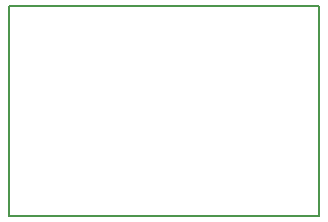
<source format=gko>
G04 #@! TF.FileFunction,Profile,NP*
%FSLAX46Y46*%
G04 Gerber Fmt 4.6, Leading zero omitted, Abs format (unit mm)*
G04 Created by KiCad (PCBNEW 4.0.1-2.201512121406+6195~38~ubuntu14.04.1-stable) date Tue 19 Apr 2016 08:35:01 PM CEST*
%MOMM*%
G01*
G04 APERTURE LIST*
%ADD10C,0.150000*%
G04 APERTURE END LIST*
D10*
X121920000Y-92710000D02*
X121920000Y-74930000D01*
X148209000Y-92710000D02*
X121920000Y-92710000D01*
X148209000Y-74930000D02*
X148209000Y-92710000D01*
X121920000Y-74930000D02*
X148209000Y-74930000D01*
M02*

</source>
